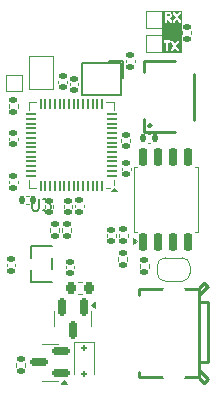
<source format=gbr>
%TF.GenerationSoftware,KiCad,Pcbnew,8.0.0*%
%TF.CreationDate,2025-01-24T21:29:13-08:00*%
%TF.ProjectId,Hope,486f7065-2e6b-4696-9361-645f70636258,rev?*%
%TF.SameCoordinates,Original*%
%TF.FileFunction,Legend,Top*%
%TF.FilePolarity,Positive*%
%FSLAX46Y46*%
G04 Gerber Fmt 4.6, Leading zero omitted, Abs format (unit mm)*
G04 Created by KiCad (PCBNEW 8.0.0) date 2025-01-24 21:29:13*
%MOMM*%
%LPD*%
G01*
G04 APERTURE LIST*
G04 Aperture macros list*
%AMRoundRect*
0 Rectangle with rounded corners*
0 $1 Rounding radius*
0 $2 $3 $4 $5 $6 $7 $8 $9 X,Y pos of 4 corners*
0 Add a 4 corners polygon primitive as box body*
4,1,4,$2,$3,$4,$5,$6,$7,$8,$9,$2,$3,0*
0 Add four circle primitives for the rounded corners*
1,1,$1+$1,$2,$3*
1,1,$1+$1,$4,$5*
1,1,$1+$1,$6,$7*
1,1,$1+$1,$8,$9*
0 Add four rect primitives between the rounded corners*
20,1,$1+$1,$2,$3,$4,$5,0*
20,1,$1+$1,$4,$5,$6,$7,0*
20,1,$1+$1,$6,$7,$8,$9,0*
20,1,$1+$1,$8,$9,$2,$3,0*%
%AMFreePoly0*
4,1,19,0.000000,0.744911,0.071157,0.744911,0.207708,0.704816,0.327430,0.627875,0.420627,0.520320,0.479746,0.390866,0.500000,0.250000,0.500000,-0.250000,0.479746,-0.390866,0.420627,-0.520320,0.327430,-0.627875,0.207708,-0.704816,0.071157,-0.744911,0.000000,-0.744911,0.000000,-0.750000,-0.500000,-0.750000,-0.500000,0.750000,0.000000,0.750000,0.000000,0.744911,0.000000,0.744911,
$1*%
%AMFreePoly1*
4,1,19,0.500000,-0.750000,0.000000,-0.750000,0.000000,-0.744911,-0.071157,-0.744911,-0.207708,-0.704816,-0.327430,-0.627875,-0.420627,-0.520320,-0.479746,-0.390866,-0.500000,-0.250000,-0.500000,0.250000,-0.479746,0.390866,-0.420627,0.520320,-0.327430,0.627875,-0.207708,0.704816,-0.071157,0.744911,0.000000,0.744911,0.000000,0.750000,0.500000,0.750000,0.500000,-0.750000,0.500000,-0.750000,
$1*%
G04 Aperture macros list end*
%ADD10C,0.187500*%
%ADD11C,0.150000*%
%ADD12C,0.120000*%
%ADD13C,0.250000*%
%ADD14R,1.070000X0.600000*%
%ADD15R,1.000000X1.000000*%
%ADD16R,1.800000X1.200000*%
%ADD17R,1.550000X0.600000*%
%ADD18RoundRect,0.135000X0.185000X-0.135000X0.185000X0.135000X-0.185000X0.135000X-0.185000X-0.135000X0*%
%ADD19RoundRect,0.140000X0.170000X-0.140000X0.170000X0.140000X-0.170000X0.140000X-0.170000X-0.140000X0*%
%ADD20C,3.800000*%
%ADD21RoundRect,0.140000X-0.170000X0.140000X-0.170000X-0.140000X0.170000X-0.140000X0.170000X0.140000X0*%
%ADD22R,2.200000X2.200000*%
%ADD23C,2.200000*%
%ADD24FreePoly0,180.000000*%
%ADD25FreePoly1,180.000000*%
%ADD26RoundRect,0.150000X0.587500X0.150000X-0.587500X0.150000X-0.587500X-0.150000X0.587500X-0.150000X0*%
%ADD27RoundRect,0.125000X-0.125000X0.125000X-0.125000X-0.125000X0.125000X-0.125000X0.125000X0.125000X0*%
%ADD28RoundRect,0.135000X-0.185000X0.135000X-0.185000X-0.135000X0.185000X-0.135000X0.185000X0.135000X0*%
%ADD29RoundRect,0.140000X-0.140000X-0.170000X0.140000X-0.170000X0.140000X0.170000X-0.140000X0.170000X0*%
%ADD30RoundRect,0.150000X0.150000X-0.650000X0.150000X0.650000X-0.150000X0.650000X-0.150000X-0.650000X0*%
%ADD31RoundRect,0.150000X-0.150000X0.587500X-0.150000X-0.587500X0.150000X-0.587500X0.150000X0.587500X0*%
%ADD32R,1.000000X0.800000*%
%ADD33RoundRect,0.050000X0.387500X0.050000X-0.387500X0.050000X-0.387500X-0.050000X0.387500X-0.050000X0*%
%ADD34RoundRect,0.050000X0.050000X0.387500X-0.050000X0.387500X-0.050000X-0.387500X0.050000X-0.387500X0*%
%ADD35R,3.200000X3.200000*%
%ADD36O,1.900000X1.200000*%
%ADD37O,1.400000X1.200000*%
%ADD38R,1.600000X0.400000*%
%ADD39RoundRect,0.225000X-0.225000X-0.250000X0.225000X-0.250000X0.225000X0.250000X-0.225000X0.250000X0*%
%ADD40RoundRect,0.140000X0.140000X0.170000X-0.140000X0.170000X-0.140000X-0.170000X0.140000X-0.170000X0*%
%ADD41R,1.400000X5.000000*%
%ADD42R,1.500000X1.000000*%
G04 APERTURE END LIST*
D10*
G36*
X14370574Y31831427D02*
G01*
X14385697Y31817076D01*
X14405701Y31778838D01*
X14406606Y31715801D01*
X14388482Y31677828D01*
X14374131Y31662705D01*
X14336227Y31642876D01*
X14250551Y31642368D01*
X14247126Y31642972D01*
X14244228Y31642331D01*
X14163282Y31641851D01*
X14162797Y31848898D01*
X14331868Y31849899D01*
X14370574Y31831427D01*
G37*
G36*
X15436658Y28589685D02*
G01*
X13777745Y28589685D01*
X13777745Y29508895D01*
X13871495Y29508895D01*
X13885494Y29475100D01*
X13911359Y29449235D01*
X13945154Y29435236D01*
X13963444Y29433435D01*
X14084198Y29433922D01*
X14085781Y28758895D01*
X14099780Y28725100D01*
X14125645Y28699235D01*
X14159440Y28685236D01*
X14196020Y28685236D01*
X14229815Y28699235D01*
X14255680Y28725100D01*
X14269679Y28758895D01*
X14271480Y28777185D01*
X14269938Y29434671D01*
X14410306Y29435236D01*
X14444101Y29449235D01*
X14469966Y29475100D01*
X14481602Y29503192D01*
X14483935Y29491399D01*
X14492582Y29475182D01*
X14708974Y29151967D01*
X14483935Y28812971D01*
X14476837Y28777087D01*
X14484011Y28741218D01*
X14504365Y28710824D01*
X14534801Y28690533D01*
X14570685Y28683435D01*
X14606554Y28690609D01*
X14636948Y28710963D01*
X14648592Y28725182D01*
X14820914Y28984767D01*
X15004226Y28710963D01*
X15034620Y28690609D01*
X15070489Y28683435D01*
X15106373Y28690533D01*
X15136809Y28710824D01*
X15157163Y28741218D01*
X15164337Y28777086D01*
X15157239Y28812971D01*
X15148592Y28829188D01*
X14932199Y29152404D01*
X15157239Y29491399D01*
X15164337Y29527284D01*
X15157163Y29563152D01*
X15136809Y29593546D01*
X15106373Y29613837D01*
X15070489Y29620935D01*
X15034620Y29613761D01*
X15004226Y29593407D01*
X14992582Y29579188D01*
X14820259Y29319604D01*
X14636948Y29593407D01*
X14606554Y29613761D01*
X14570685Y29620935D01*
X14534801Y29613837D01*
X14504365Y29593546D01*
X14484011Y29563152D01*
X14481611Y29551157D01*
X14469966Y29579270D01*
X14444101Y29605135D01*
X14410306Y29619134D01*
X14392016Y29620935D01*
X13945154Y29619134D01*
X13911359Y29605135D01*
X13885494Y29579270D01*
X13871495Y29545475D01*
X13871495Y29508895D01*
X13777745Y29508895D01*
X13777745Y31942101D01*
X13976837Y31942101D01*
X13978638Y31173811D01*
X13992637Y31140016D01*
X14018502Y31114151D01*
X14052297Y31100152D01*
X14088877Y31100152D01*
X14122672Y31114151D01*
X14148537Y31140016D01*
X14162536Y31173811D01*
X14164337Y31192101D01*
X14163718Y31456046D01*
X14200042Y31456261D01*
X14434319Y31124388D01*
X14465168Y31104730D01*
X14501190Y31098373D01*
X14536904Y31106284D01*
X14566871Y31127262D01*
X14586529Y31158110D01*
X14592510Y31192003D01*
X14655408Y31192003D01*
X14662582Y31156134D01*
X14682936Y31125740D01*
X14713372Y31105449D01*
X14749256Y31098351D01*
X14785125Y31105525D01*
X14815519Y31125879D01*
X14827163Y31140098D01*
X14999485Y31399683D01*
X15182797Y31125879D01*
X15213191Y31105525D01*
X15249060Y31098351D01*
X15284944Y31105449D01*
X15315380Y31125740D01*
X15335734Y31156134D01*
X15342908Y31192002D01*
X15335810Y31227887D01*
X15327163Y31244104D01*
X15110770Y31567320D01*
X15335810Y31906315D01*
X15342908Y31942200D01*
X15335734Y31978068D01*
X15315380Y32008462D01*
X15284944Y32028753D01*
X15249060Y32035851D01*
X15213191Y32028677D01*
X15182797Y32008323D01*
X15171153Y31994104D01*
X14998830Y31734520D01*
X14815519Y32008323D01*
X14785125Y32028677D01*
X14749256Y32035851D01*
X14713372Y32028753D01*
X14682936Y32008462D01*
X14662582Y31978068D01*
X14655408Y31942199D01*
X14662506Y31906315D01*
X14671153Y31890098D01*
X14887545Y31566883D01*
X14662506Y31227887D01*
X14655408Y31192003D01*
X14592510Y31192003D01*
X14592886Y31194132D01*
X14584974Y31229846D01*
X14575961Y31245863D01*
X14414851Y31474089D01*
X14470029Y31502955D01*
X14479816Y31507008D01*
X14483398Y31509949D01*
X14485210Y31510896D01*
X14486833Y31512768D01*
X14494022Y31518668D01*
X14530552Y31557163D01*
X14537506Y31563193D01*
X14539930Y31567045D01*
X14541396Y31568589D01*
X14542344Y31570880D01*
X14547297Y31578747D01*
X14576018Y31638927D01*
X14577108Y31640016D01*
X14580849Y31649049D01*
X14589579Y31667339D01*
X14589817Y31670699D01*
X14591107Y31673811D01*
X14592908Y31692101D01*
X14591564Y31785694D01*
X14592172Y31787517D01*
X14591377Y31798698D01*
X14591107Y31817534D01*
X14589817Y31820647D01*
X14589579Y31824005D01*
X14583011Y31841170D01*
X14545448Y31912972D01*
X14541395Y31922758D01*
X14538453Y31926342D01*
X14537506Y31928153D01*
X14535635Y31929776D01*
X14529735Y31936964D01*
X14491242Y31973494D01*
X14485210Y31980449D01*
X14481357Y31982874D01*
X14479815Y31984338D01*
X14477525Y31985287D01*
X14469656Y31990240D01*
X14409475Y32018962D01*
X14408386Y32020051D01*
X14399349Y32023795D01*
X14381062Y32032522D01*
X14377703Y32032761D01*
X14374591Y32034050D01*
X14356301Y32035851D01*
X14052297Y32034050D01*
X14018502Y32020051D01*
X13992637Y31994186D01*
X13978638Y31960391D01*
X13976837Y31942101D01*
X13777745Y31942101D01*
X13777745Y32129601D01*
X15436658Y32129601D01*
X15436658Y28589685D01*
G37*
D11*
X2747895Y16198781D02*
X2747895Y15389258D01*
X2747895Y15389258D02*
X2795514Y15294020D01*
X2795514Y15294020D02*
X2843133Y15246400D01*
X2843133Y15246400D02*
X2938371Y15198781D01*
X2938371Y15198781D02*
X3128847Y15198781D01*
X3128847Y15198781D02*
X3224085Y15246400D01*
X3224085Y15246400D02*
X3271704Y15294020D01*
X3271704Y15294020D02*
X3319323Y15389258D01*
X3319323Y15389258D02*
X3319323Y16198781D01*
X3700276Y16198781D02*
X4319323Y16198781D01*
X4319323Y16198781D02*
X3985990Y15817829D01*
X3985990Y15817829D02*
X4128847Y15817829D01*
X4128847Y15817829D02*
X4224085Y15770210D01*
X4224085Y15770210D02*
X4271704Y15722591D01*
X4271704Y15722591D02*
X4319323Y15627353D01*
X4319323Y15627353D02*
X4319323Y15389258D01*
X4319323Y15389258D02*
X4271704Y15294020D01*
X4271704Y15294020D02*
X4224085Y15246400D01*
X4224085Y15246400D02*
X4128847Y15198781D01*
X4128847Y15198781D02*
X3843133Y15198781D01*
X3843133Y15198781D02*
X3747895Y15246400D01*
X3747895Y15246400D02*
X3700276Y15294020D01*
%TO.C,U3*%
X4389800Y12243600D02*
X2629800Y12243600D01*
X2629800Y12243600D02*
X2629800Y11193600D01*
X4389800Y9163600D02*
X2629800Y9163600D01*
X2629800Y9163600D02*
X2629800Y10213600D01*
X4389800Y11163600D02*
X4389800Y10243600D01*
D12*
%TO.C,TP3*%
X12406400Y30037000D02*
X13806400Y30037000D01*
X12406400Y28637000D02*
X12406400Y30037000D01*
X13806400Y30037000D02*
X13806400Y28637000D01*
X13806400Y28637000D02*
X12406400Y28637000D01*
%TO.C,TP2*%
X12381000Y32094400D02*
X13781000Y32094400D01*
X12381000Y30694400D02*
X12381000Y32094400D01*
X13781000Y32094400D02*
X13781000Y30694400D01*
X13781000Y30694400D02*
X12381000Y30694400D01*
D13*
%TO.C,J7*%
X12830800Y22392000D02*
G75*
G02*
X12590800Y22392000I-120000J0D01*
G01*
X12590800Y22392000D02*
G75*
G02*
X12830800Y22392000I120000J0D01*
G01*
X12220800Y27852000D02*
X14830800Y27852000D01*
X12220800Y26932000D02*
X12220800Y27852000D01*
X12220800Y21872000D02*
X14820800Y21872000D01*
X12220800Y22952000D02*
X12220800Y21872000D01*
X16480800Y22872000D02*
X16480800Y26772000D01*
D12*
%TO.C,R9*%
X10844800Y12952759D02*
X10844800Y13260041D01*
X10084800Y12952759D02*
X10084800Y13260041D01*
%TO.C,R8*%
X10796000Y10971559D02*
X10796000Y11278841D01*
X10036000Y10971559D02*
X10036000Y11278841D01*
%TO.C,C16*%
X9808800Y12998564D02*
X9808800Y13214236D01*
X9088800Y12998564D02*
X9088800Y13214236D01*
%TO.C,C12*%
X5431200Y15680636D02*
X5431200Y15464964D01*
X6151200Y15680636D02*
X6151200Y15464964D01*
%TO.C,J3*%
X13327901Y10519660D02*
G75*
G02*
X14027901Y11219660I700000J0D01*
G01*
X14027901Y9219660D02*
G75*
G02*
X13327901Y9919660I0J700000D01*
G01*
X15427901Y11219660D02*
G75*
G02*
X16127901Y10519660I1J-699999D01*
G01*
X16127901Y9919660D02*
G75*
G02*
X15427901Y9219660I-699999J-1D01*
G01*
X13327901Y9919660D02*
X13327901Y10519660D01*
X14027901Y11219660D02*
X15427901Y11219660D01*
X15427901Y9219660D02*
X14027901Y9219660D01*
X16127901Y10519660D02*
X16127901Y9919660D01*
%TO.C,C11*%
X1528400Y17735436D02*
X1528400Y17519764D01*
X808400Y17735436D02*
X808400Y17519764D01*
%TO.C,C8*%
X10358800Y18637364D02*
X10358800Y18853036D01*
X11078800Y18637364D02*
X11078800Y18853036D01*
%TO.C,C5*%
X10714400Y27755964D02*
X10714400Y27971636D01*
X11434400Y27755964D02*
X11434400Y27971636D01*
%TO.C,R2*%
X6069600Y13387159D02*
X6069600Y13694441D01*
X5309600Y13387159D02*
X5309600Y13694441D01*
%TO.C,TP1*%
X1919200Y25309600D02*
X519200Y25309600D01*
X1919200Y26709600D02*
X1919200Y25309600D01*
X519200Y25309600D02*
X519200Y26709600D01*
X519200Y26709600D02*
X1919200Y26709600D01*
%TO.C,R4*%
X1548400Y23925559D02*
X1548400Y24232841D01*
X788400Y23925559D02*
X788400Y24232841D01*
%TO.C,C14*%
X579800Y10483964D02*
X579800Y10699636D01*
X1299800Y10483964D02*
X1299800Y10699636D01*
%TO.C,Q1*%
X5669700Y533500D02*
X5189700Y533500D01*
X5429700Y863500D01*
X5669700Y533500D01*
G36*
X5669700Y533500D02*
G01*
X5189700Y533500D01*
X5429700Y863500D01*
X5669700Y533500D01*
G37*
X4267200Y813500D02*
X3617200Y813500D01*
X4267200Y813500D02*
X4917200Y813500D01*
X4267200Y3933500D02*
X3617200Y3933500D01*
X4267200Y3933500D02*
X4917200Y3933500D01*
%TO.C,D3*%
X6312800Y4048400D02*
X6312800Y1388400D01*
X8012800Y4048400D02*
X6312800Y4048400D01*
X8012800Y4048400D02*
X8012800Y1388400D01*
%TO.C,R5*%
X16229600Y30123159D02*
X16229600Y30430441D01*
X15469600Y30123159D02*
X15469600Y30430441D01*
%TO.C,R1*%
X12622800Y10669241D02*
X12622800Y10361959D01*
X11862800Y10669241D02*
X11862800Y10361959D01*
%TO.C,C3*%
X12541364Y20953200D02*
X12757036Y20953200D01*
X12541364Y21673200D02*
X12757036Y21673200D01*
%TO.C,C9*%
X6659200Y25800164D02*
X6659200Y26015836D01*
X5939200Y25800164D02*
X5939200Y26015836D01*
%TO.C,C2*%
X5694000Y26003364D02*
X5694000Y26219036D01*
X4974000Y26003364D02*
X4974000Y26219036D01*
%TO.C,U1*%
X11606600Y12646900D02*
X11276600Y12406900D01*
X11276600Y12886900D01*
X11606600Y12646900D01*
G36*
X11606600Y12646900D02*
G01*
X11276600Y12406900D01*
X11276600Y12886900D01*
X11606600Y12646900D01*
G37*
X11346600Y13429400D02*
X11606600Y13429400D01*
X16796600Y13429400D02*
X16536600Y13429400D01*
X11346600Y16154400D02*
X11346600Y13429400D01*
X11346600Y16154400D02*
X11346600Y18879400D01*
X16796600Y16154400D02*
X16796600Y13429400D01*
X16796600Y16154400D02*
X16796600Y18879400D01*
X11346600Y18879400D02*
X11606600Y18879400D01*
X16796600Y18879400D02*
X16536600Y18879400D01*
%TO.C,Q2*%
X8037600Y6990800D02*
X7707600Y7230800D01*
X8037600Y7470800D01*
X8037600Y6990800D01*
G36*
X8037600Y6990800D02*
G01*
X7707600Y7230800D01*
X8037600Y7470800D01*
X8037600Y6990800D01*
G37*
X7757600Y6068300D02*
X7757600Y5418300D01*
X7757600Y6068300D02*
X7757600Y6718300D01*
X4637600Y6068300D02*
X4637600Y5418300D01*
X4637600Y6068300D02*
X4637600Y6718300D01*
D11*
%TO.C,X1*%
X10480400Y26432800D02*
X10480400Y27892800D01*
X10480400Y27892800D02*
X9220400Y27892800D01*
X10240400Y25002800D02*
X6940400Y25002800D01*
X10240400Y27662800D02*
X10240400Y25002800D01*
X10120400Y27662800D02*
X10240400Y27662800D01*
X6940400Y25002800D02*
X6940400Y27662800D01*
X6940400Y27662800D02*
X10120400Y27662800D01*
D12*
%TO.C,U2*%
X2457600Y24375200D02*
X2457600Y23725200D01*
X2457600Y17155200D02*
X2457600Y17805200D01*
X3107600Y24375200D02*
X2457600Y24375200D01*
X3107600Y17155200D02*
X2457600Y17155200D01*
X9027600Y24375200D02*
X9677600Y24375200D01*
X9027600Y17155200D02*
X9377600Y17155200D01*
X9677600Y24375200D02*
X9677600Y23725200D01*
X9677600Y17805200D02*
X9677600Y17395200D01*
X9917600Y16825200D02*
X9437600Y16825200D01*
X9677600Y17155200D01*
X9917600Y16825200D01*
G36*
X9917600Y16825200D02*
G01*
X9437600Y16825200D01*
X9677600Y17155200D01*
X9917600Y16825200D01*
G37*
%TO.C,R3*%
X4295600Y13694441D02*
X4295600Y13387159D01*
X5055600Y13694441D02*
X5055600Y13387159D01*
D13*
%TO.C,J1*%
X11754700Y8576000D02*
X16874700Y8576000D01*
X11754700Y8076000D02*
X11754700Y8576000D01*
X11754700Y1076000D02*
X11754700Y1576000D01*
X16874700Y8656000D02*
X17274700Y9056000D01*
X16874700Y8576000D02*
X16874700Y8656000D01*
X16874700Y8576000D02*
X16874700Y1076000D01*
X16874700Y2386000D02*
X17604700Y2386000D01*
X16874700Y1076000D02*
X11754700Y1076000D01*
X16874700Y1076000D02*
X16874700Y996000D01*
X16874700Y996000D02*
X17274700Y596000D01*
X17274700Y9056000D02*
X17604700Y8726000D01*
X17274700Y596000D02*
X17604700Y926000D01*
X17524700Y8726000D02*
X16874700Y8076000D01*
X17604700Y8726000D02*
X17524700Y8726000D01*
X17604700Y7426000D02*
X16874700Y7426000D01*
X17604700Y2386000D02*
X17604700Y7426000D01*
X17604700Y966000D02*
X16874700Y1696000D01*
X17604700Y926000D02*
X17604700Y966000D01*
D12*
%TO.C,C1*%
X7116400Y15703436D02*
X7116400Y15487764D01*
X6396400Y15703436D02*
X6396400Y15487764D01*
%TO.C,C4*%
X4525600Y15680636D02*
X4525600Y15464964D01*
X3805600Y15680636D02*
X3805600Y15464964D01*
%TO.C,C10*%
X1528400Y21393036D02*
X1528400Y21177364D01*
X808400Y21393036D02*
X808400Y21177364D01*
%TO.C,C13*%
X6303600Y10306164D02*
X6303600Y10521836D01*
X5583600Y10306164D02*
X5583600Y10521836D01*
%TO.C,C7*%
X10308000Y21240636D02*
X10308000Y21024964D01*
X11028000Y21240636D02*
X11028000Y21024964D01*
%TO.C,C15*%
X6666620Y8176800D02*
X6947780Y8176800D01*
X6666620Y9196800D02*
X6947780Y9196800D01*
%TO.C,R7*%
X2158000Y1979959D02*
X2158000Y2287241D01*
X1398000Y1979959D02*
X1398000Y2287241D01*
%TO.C,C6*%
X2444636Y15743600D02*
X2228964Y15743600D01*
X2444636Y16463600D02*
X2228964Y16463600D01*
%TO.C,J2*%
X2505200Y25513600D02*
X2505200Y28313600D01*
X2505200Y28313600D02*
X4505200Y28313600D01*
X4505200Y25513600D02*
X2505200Y25513600D01*
X4505200Y28313600D02*
X4505200Y25513600D01*
%TD*%
%LPC*%
D14*
%TO.C,U3*%
X4749800Y9753600D03*
X4749800Y11653600D03*
X2269800Y10703600D03*
%TD*%
D15*
%TO.C,TP3*%
X13106400Y29337000D03*
%TD*%
%TO.C,TP2*%
X13081000Y31394400D03*
%TD*%
D16*
%TO.C,J7*%
X15960800Y27692000D03*
X15960800Y22092000D03*
D17*
X12080800Y25392000D03*
X12080800Y26392000D03*
X12080800Y23392000D03*
X12080800Y24392000D03*
%TD*%
D18*
%TO.C,R9*%
X10464800Y13616400D03*
X10464800Y12596400D03*
%TD*%
%TO.C,R8*%
X10416000Y11635200D03*
X10416000Y10615200D03*
%TD*%
D19*
%TO.C,C16*%
X9448800Y13586400D03*
X9448800Y12626400D03*
%TD*%
D20*
%TO.C,H4*%
X2336800Y6908800D03*
%TD*%
%TO.C,H3*%
X9753600Y30759400D03*
%TD*%
D21*
%TO.C,C12*%
X5791200Y15092800D03*
X5791200Y16052800D03*
%TD*%
D22*
%TO.C,J4*%
X9448800Y5080000D03*
D23*
X9448800Y2540000D03*
%TD*%
D24*
%TO.C,J3*%
X14077901Y10219660D03*
D25*
X15377901Y10219660D03*
%TD*%
D21*
%TO.C,C11*%
X1168400Y17147600D03*
X1168400Y18107600D03*
%TD*%
D19*
%TO.C,C8*%
X10718800Y19225200D03*
X10718800Y18265200D03*
%TD*%
%TO.C,C5*%
X11074400Y28343800D03*
X11074400Y27383800D03*
%TD*%
D18*
%TO.C,R2*%
X5689600Y14050800D03*
X5689600Y13030800D03*
%TD*%
D15*
%TO.C,TP1*%
X1219200Y26009600D03*
%TD*%
D18*
%TO.C,R4*%
X1168400Y24589200D03*
X1168400Y23569200D03*
%TD*%
D19*
%TO.C,C14*%
X939800Y11071800D03*
X939800Y10111800D03*
%TD*%
D26*
%TO.C,Q1*%
X3329700Y2373500D03*
X5204700Y3323500D03*
X5204700Y1423500D03*
%TD*%
D27*
%TO.C,D3*%
X7162800Y1338400D03*
X7162800Y3538400D03*
%TD*%
D18*
%TO.C,R5*%
X15849600Y30786800D03*
X15849600Y29766800D03*
%TD*%
D28*
%TO.C,R1*%
X12242800Y10005600D03*
X12242800Y11025600D03*
%TD*%
D29*
%TO.C,C3*%
X13129200Y21313200D03*
X12169200Y21313200D03*
%TD*%
D19*
%TO.C,C9*%
X6299200Y26388000D03*
X6299200Y25428000D03*
%TD*%
%TO.C,C2*%
X5334000Y26591200D03*
X5334000Y25631200D03*
%TD*%
D30*
%TO.C,U1*%
X12166600Y19754400D03*
X13436600Y19754400D03*
X14706600Y19754400D03*
X15976600Y19754400D03*
X15976600Y12554400D03*
X14706600Y12554400D03*
X13436600Y12554400D03*
X12166600Y12554400D03*
%TD*%
D31*
%TO.C,Q2*%
X6197600Y5130800D03*
X5247600Y7005800D03*
X7147600Y7005800D03*
%TD*%
D32*
%TO.C,X1*%
X9490400Y25732800D03*
X7690400Y25732800D03*
X7690400Y26932800D03*
X9490400Y26932800D03*
%TD*%
D33*
%TO.C,U2*%
X9505100Y18165200D03*
X9505100Y18565200D03*
X9505100Y18965200D03*
X9505100Y19365200D03*
X9505100Y19765200D03*
X9505100Y20165200D03*
X9505100Y20565200D03*
X9505100Y20965200D03*
X9505100Y21365200D03*
X9505100Y21765200D03*
X9505100Y22165200D03*
X9505100Y22565200D03*
X9505100Y22965200D03*
X9505100Y23365200D03*
D34*
X8667600Y24202700D03*
X8267600Y24202700D03*
X7867600Y24202700D03*
X7467600Y24202700D03*
X7067600Y24202700D03*
X6667600Y24202700D03*
X6267600Y24202700D03*
X5867600Y24202700D03*
X5467600Y24202700D03*
X5067600Y24202700D03*
X4667600Y24202700D03*
X4267600Y24202700D03*
X3867600Y24202700D03*
X3467600Y24202700D03*
D33*
X2630100Y23365200D03*
X2630100Y22965200D03*
X2630100Y22565200D03*
X2630100Y22165200D03*
X2630100Y21765200D03*
X2630100Y21365200D03*
X2630100Y20965200D03*
X2630100Y20565200D03*
X2630100Y20165200D03*
X2630100Y19765200D03*
X2630100Y19365200D03*
X2630100Y18965200D03*
X2630100Y18565200D03*
X2630100Y18165200D03*
D34*
X3467600Y17327700D03*
X3867600Y17327700D03*
X4267600Y17327700D03*
X4667600Y17327700D03*
X5067600Y17327700D03*
X5467600Y17327700D03*
X5867600Y17327700D03*
X6267600Y17327700D03*
X6667600Y17327700D03*
X7067600Y17327700D03*
X7467600Y17327700D03*
X7867600Y17327700D03*
X8267600Y17327700D03*
X8667600Y17327700D03*
D35*
X6067600Y20765200D03*
%TD*%
D28*
%TO.C,R3*%
X4675600Y13030800D03*
X4675600Y14050800D03*
%TD*%
D36*
%TO.C,J1*%
X14724700Y8426000D03*
X14724700Y1226000D03*
D37*
X11824700Y2406000D03*
X11824700Y7246000D03*
D38*
X12064700Y6126000D03*
X12074700Y5476000D03*
X12074700Y4826000D03*
X12074700Y4176000D03*
X12074700Y3526000D03*
%TD*%
D21*
%TO.C,C1*%
X6756400Y15115600D03*
X6756400Y16075600D03*
%TD*%
%TO.C,C4*%
X4165600Y15092800D03*
X4165600Y16052800D03*
%TD*%
%TO.C,C10*%
X1168400Y20805200D03*
X1168400Y21765200D03*
%TD*%
D19*
%TO.C,C13*%
X5943600Y10894000D03*
X5943600Y9934000D03*
%TD*%
D21*
%TO.C,C7*%
X10668000Y20652800D03*
X10668000Y21612800D03*
%TD*%
D39*
%TO.C,C15*%
X7582200Y8686800D03*
X6032200Y8686800D03*
%TD*%
D18*
%TO.C,R7*%
X1778000Y2643600D03*
X1778000Y1623600D03*
%TD*%
D40*
%TO.C,C6*%
X1856800Y16103600D03*
X2816800Y16103600D03*
%TD*%
D41*
%TO.C,AE1*%
X1564800Y30429200D03*
X6664800Y30429200D03*
%TD*%
D42*
%TO.C,J2*%
X3505200Y26263600D03*
X3505200Y27563600D03*
%TD*%
%LPD*%
M02*

</source>
